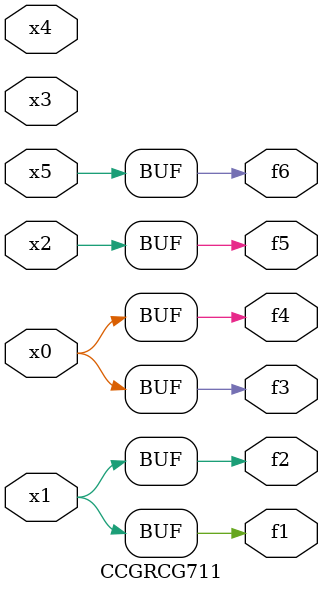
<source format=v>
module CCGRCG711(
	input x0, x1, x2, x3, x4, x5,
	output f1, f2, f3, f4, f5, f6
);
	assign f1 = x1;
	assign f2 = x1;
	assign f3 = x0;
	assign f4 = x0;
	assign f5 = x2;
	assign f6 = x5;
endmodule

</source>
